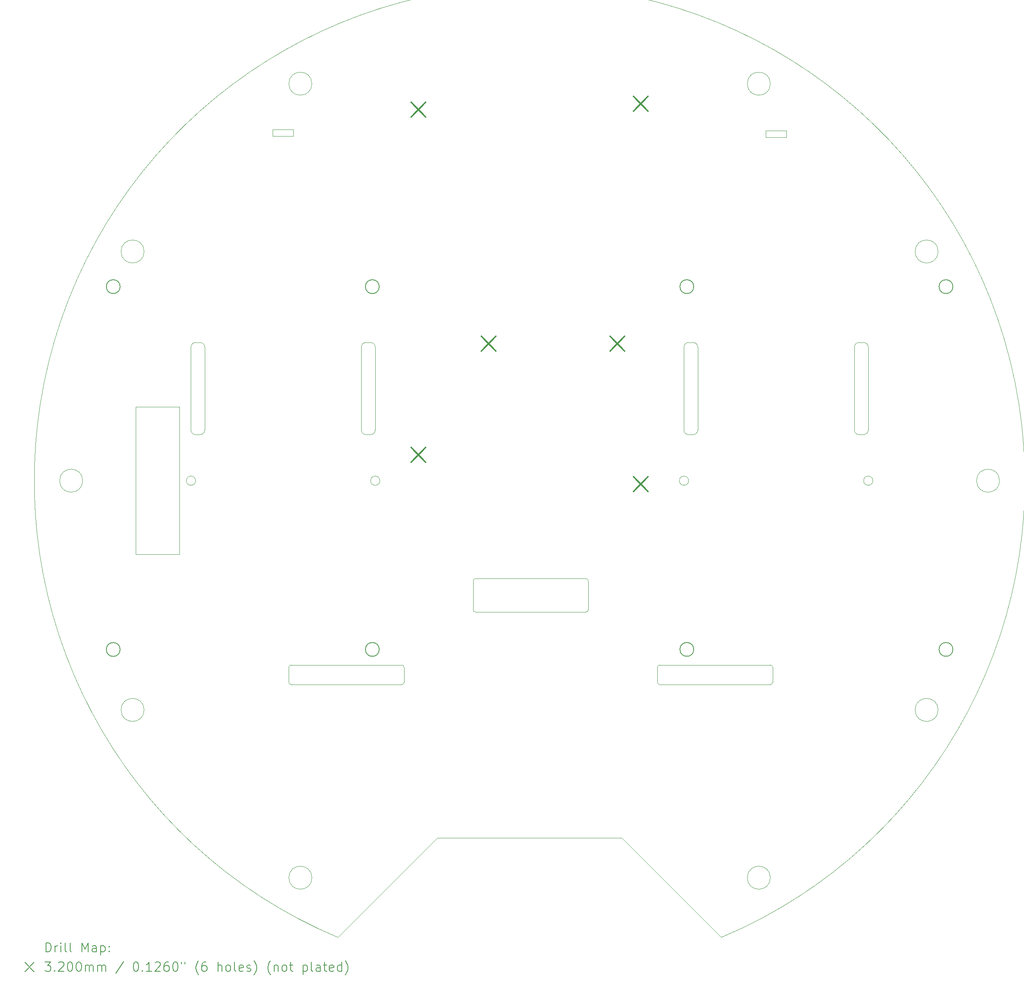
<source format=gbr>
%TF.GenerationSoftware,KiCad,Pcbnew,(6.0.9)*%
%TF.CreationDate,2023-07-09T09:32:55+10:00*%
%TF.ProjectId,Main 2.4,4d61696e-2032-42e3-942e-6b696361645f,rev?*%
%TF.SameCoordinates,Original*%
%TF.FileFunction,Drillmap*%
%TF.FilePolarity,Positive*%
%FSLAX45Y45*%
G04 Gerber Fmt 4.5, Leading zero omitted, Abs format (unit mm)*
G04 Created by KiCad (PCBNEW (6.0.9)) date 2023-07-09 09:32:55*
%MOMM*%
%LPD*%
G01*
G04 APERTURE LIST*
%ADD10C,0.100000*%
%ADD11C,0.150000*%
%ADD12C,0.200000*%
%ADD13C,0.320000*%
G04 APERTURE END LIST*
D10*
X10300000Y-15000000D02*
G75*
G03*
X10300000Y-15000000I-250000J0D01*
G01*
X22775000Y-19375000D02*
G75*
G03*
X22825000Y-19425000I50000J0D01*
G01*
X15838266Y-24911734D02*
X18000000Y-22750000D01*
X12650000Y-13900000D02*
G75*
G03*
X12750000Y-14000000I100000J0D01*
G01*
X12400000Y-13400000D02*
X11450000Y-13400000D01*
X11450000Y-13400000D02*
X11450000Y-16600000D01*
X11450000Y-16600000D02*
X12400000Y-16600000D01*
X12400000Y-16600000D02*
X12400000Y-13400000D01*
X15275000Y-23616953D02*
G75*
G03*
X15275000Y-23616953I-250000J0D01*
G01*
X21275000Y-17800000D02*
X21275000Y-17175000D01*
X14825000Y-19425000D02*
X17225000Y-19425000D01*
D11*
X16737000Y-18662000D02*
G75*
G03*
X16737000Y-18662000I-150000J0D01*
G01*
X11113000Y-10788000D02*
G75*
G03*
X11113000Y-10788000I-150000J0D01*
G01*
D10*
X22825000Y-19425000D02*
X25225000Y-19425000D01*
X16550000Y-14000000D02*
G75*
G03*
X16650000Y-13900000I0J100000D01*
G01*
X12750000Y-14000000D02*
X12850000Y-14000000D01*
X27150000Y-12000000D02*
X27250000Y-12000000D01*
X14875000Y-7525000D02*
X14425000Y-7525000D01*
X14425000Y-7525000D02*
X14425000Y-7375000D01*
X14425000Y-7375000D02*
X14875000Y-7375000D01*
X14875000Y-7375000D02*
X14875000Y-7525000D01*
X16450000Y-12000000D02*
G75*
G03*
X16350000Y-12100000I0J-100000D01*
G01*
X15275000Y-6383047D02*
G75*
G03*
X15275000Y-6383047I-250000J0D01*
G01*
X12750000Y-12000000D02*
G75*
G03*
X12650000Y-12100000I0J-100000D01*
G01*
X22775000Y-19050000D02*
X22775000Y-19375000D01*
X12650000Y-13900000D02*
X12650000Y-12100000D01*
X24161734Y-24911734D02*
G75*
G03*
X15838266Y-24911734I-4161734J9911734D01*
G01*
X27450000Y-15000000D02*
G75*
G03*
X27450000Y-15000000I-100000J0D01*
G01*
D11*
X29187000Y-10788000D02*
G75*
G03*
X29187000Y-10788000I-150000J0D01*
G01*
X23563000Y-18662000D02*
G75*
G03*
X23563000Y-18662000I-150000J0D01*
G01*
D10*
X16650000Y-12100000D02*
X16650000Y-13900000D01*
D11*
X16737000Y-10788000D02*
G75*
G03*
X16737000Y-10788000I-150000J0D01*
G01*
D10*
X27350000Y-12100000D02*
G75*
G03*
X27250000Y-12000000I-100000J0D01*
G01*
D11*
X11113000Y-18663000D02*
G75*
G03*
X11113000Y-18663000I-150000J0D01*
G01*
D10*
X23650000Y-12100000D02*
X23650000Y-13900000D01*
X18825000Y-17850000D02*
X21225000Y-17850000D01*
X18775000Y-17175000D02*
X18775000Y-17800000D01*
X27050000Y-13900000D02*
G75*
G03*
X27150000Y-14000000I100000J0D01*
G01*
X21275000Y-17175000D02*
G75*
G03*
X21225000Y-17125000I-50000J0D01*
G01*
X23350000Y-13900000D02*
X23350000Y-12100000D01*
X28866953Y-19975000D02*
G75*
G03*
X28866953Y-19975000I-250000J0D01*
G01*
X12750000Y-15000000D02*
G75*
G03*
X12750000Y-15000000I-100000J0D01*
G01*
X27050000Y-13900000D02*
X27050000Y-12100000D01*
X11633047Y-10025000D02*
G75*
G03*
X11633047Y-10025000I-250000J0D01*
G01*
X23350000Y-13900000D02*
G75*
G03*
X23450000Y-14000000I100000J0D01*
G01*
X23450000Y-14000000D02*
X23550000Y-14000000D01*
X25275000Y-19050000D02*
G75*
G03*
X25225000Y-19000000I-50000J0D01*
G01*
X12950000Y-12100000D02*
X12950000Y-13900000D01*
X16350000Y-13900000D02*
G75*
G03*
X16450000Y-14000000I100000J0D01*
G01*
X14775000Y-19375000D02*
G75*
G03*
X14825000Y-19425000I50000J0D01*
G01*
X25225000Y-6383047D02*
G75*
G03*
X25225000Y-6383047I-250000J0D01*
G01*
X17275000Y-19375000D02*
X17275000Y-19050000D01*
X17225000Y-19000000D02*
X14825000Y-19000000D01*
X30200000Y-15000000D02*
G75*
G03*
X30200000Y-15000000I-250000J0D01*
G01*
X23450000Y-12000000D02*
X23550000Y-12000000D01*
X25225000Y-19000000D02*
X22825000Y-19000000D01*
X27350000Y-12100000D02*
X27350000Y-13900000D01*
X25225000Y-23616953D02*
G75*
G03*
X25225000Y-23616953I-250000J0D01*
G01*
X14825000Y-19000000D02*
G75*
G03*
X14775000Y-19050000I0J-50000D01*
G01*
X12950000Y-12100000D02*
G75*
G03*
X12850000Y-12000000I-100000J0D01*
G01*
X17275000Y-19050000D02*
G75*
G03*
X17225000Y-19000000I-50000J0D01*
G01*
X27250000Y-14000000D02*
G75*
G03*
X27350000Y-13900000I0J100000D01*
G01*
X16450000Y-12000000D02*
X16550000Y-12000000D01*
X21225000Y-17850000D02*
G75*
G03*
X21275000Y-17800000I0J50000D01*
G01*
X18000000Y-22750000D02*
X22000000Y-22750000D01*
X23650000Y-12100000D02*
G75*
G03*
X23550000Y-12000000I-100000J0D01*
G01*
X22825000Y-19000000D02*
G75*
G03*
X22775000Y-19050000I0J-50000D01*
G01*
X16750000Y-15000000D02*
G75*
G03*
X16750000Y-15000000I-100000J0D01*
G01*
D11*
X29187000Y-18662000D02*
G75*
G03*
X29187000Y-18662000I-150000J0D01*
G01*
D10*
X22000000Y-22750000D02*
X24161734Y-24911734D01*
X25275000Y-19375000D02*
X25275000Y-19050000D01*
X23450000Y-15000000D02*
G75*
G03*
X23450000Y-15000000I-100000J0D01*
G01*
X27150000Y-14000000D02*
X27250000Y-14000000D01*
X23450000Y-12000000D02*
G75*
G03*
X23350000Y-12100000I0J-100000D01*
G01*
X21225000Y-17125000D02*
X18825000Y-17125000D01*
X18775000Y-17800000D02*
G75*
G03*
X18825000Y-17850000I50000J0D01*
G01*
X14775000Y-19050000D02*
X14775000Y-19375000D01*
X27150000Y-12000000D02*
G75*
G03*
X27050000Y-12100000I0J-100000D01*
G01*
X25575000Y-7550000D02*
X25125000Y-7550000D01*
X25125000Y-7550000D02*
X25125000Y-7400000D01*
X25125000Y-7400000D02*
X25575000Y-7400000D01*
X25575000Y-7400000D02*
X25575000Y-7550000D01*
X18825000Y-17125000D02*
G75*
G03*
X18775000Y-17175000I0J-50000D01*
G01*
X16450000Y-14000000D02*
X16550000Y-14000000D01*
X12750000Y-12000000D02*
X12850000Y-12000000D01*
X16650000Y-12100000D02*
G75*
G03*
X16550000Y-12000000I-100000J0D01*
G01*
X11633047Y-19975000D02*
G75*
G03*
X11633047Y-19975000I-250000J0D01*
G01*
X25225000Y-19425000D02*
G75*
G03*
X25275000Y-19375000I0J50000D01*
G01*
X28866953Y-10025000D02*
G75*
G03*
X28866953Y-10025000I-250000J0D01*
G01*
X23550000Y-14000000D02*
G75*
G03*
X23650000Y-13900000I0J100000D01*
G01*
X12850000Y-14000000D02*
G75*
G03*
X12950000Y-13900000I0J100000D01*
G01*
D11*
X23563000Y-10788000D02*
G75*
G03*
X23563000Y-10788000I-150000J0D01*
G01*
D10*
X17225000Y-19425000D02*
G75*
G03*
X17275000Y-19375000I0J50000D01*
G01*
X16350000Y-13900000D02*
X16350000Y-12100000D01*
D12*
D13*
X17427000Y-6784000D02*
X17747000Y-7104000D01*
X17747000Y-6784000D02*
X17427000Y-7104000D01*
X17427000Y-14277000D02*
X17747000Y-14597000D01*
X17747000Y-14277000D02*
X17427000Y-14597000D01*
X18951000Y-11864000D02*
X19271000Y-12184000D01*
X19271000Y-11864000D02*
X18951000Y-12184000D01*
X21745000Y-11864000D02*
X22065000Y-12184000D01*
X22065000Y-11864000D02*
X21745000Y-12184000D01*
X22253000Y-6657000D02*
X22573000Y-6977000D01*
X22573000Y-6657000D02*
X22253000Y-6977000D01*
X22253000Y-14912000D02*
X22573000Y-15232000D01*
X22573000Y-14912000D02*
X22253000Y-15232000D01*
D12*
X9502619Y-25227210D02*
X9502619Y-25027210D01*
X9550238Y-25027210D01*
X9578810Y-25036734D01*
X9597857Y-25055782D01*
X9607381Y-25074829D01*
X9616905Y-25112924D01*
X9616905Y-25141496D01*
X9607381Y-25179591D01*
X9597857Y-25198639D01*
X9578810Y-25217686D01*
X9550238Y-25227210D01*
X9502619Y-25227210D01*
X9702619Y-25227210D02*
X9702619Y-25093877D01*
X9702619Y-25131972D02*
X9712143Y-25112924D01*
X9721667Y-25103401D01*
X9740714Y-25093877D01*
X9759762Y-25093877D01*
X9826429Y-25227210D02*
X9826429Y-25093877D01*
X9826429Y-25027210D02*
X9816905Y-25036734D01*
X9826429Y-25046258D01*
X9835952Y-25036734D01*
X9826429Y-25027210D01*
X9826429Y-25046258D01*
X9950238Y-25227210D02*
X9931190Y-25217686D01*
X9921667Y-25198639D01*
X9921667Y-25027210D01*
X10055000Y-25227210D02*
X10035952Y-25217686D01*
X10026429Y-25198639D01*
X10026429Y-25027210D01*
X10283571Y-25227210D02*
X10283571Y-25027210D01*
X10350238Y-25170067D01*
X10416905Y-25027210D01*
X10416905Y-25227210D01*
X10597857Y-25227210D02*
X10597857Y-25122448D01*
X10588333Y-25103401D01*
X10569286Y-25093877D01*
X10531190Y-25093877D01*
X10512143Y-25103401D01*
X10597857Y-25217686D02*
X10578810Y-25227210D01*
X10531190Y-25227210D01*
X10512143Y-25217686D01*
X10502619Y-25198639D01*
X10502619Y-25179591D01*
X10512143Y-25160543D01*
X10531190Y-25151020D01*
X10578810Y-25151020D01*
X10597857Y-25141496D01*
X10693095Y-25093877D02*
X10693095Y-25293877D01*
X10693095Y-25103401D02*
X10712143Y-25093877D01*
X10750238Y-25093877D01*
X10769286Y-25103401D01*
X10778810Y-25112924D01*
X10788333Y-25131972D01*
X10788333Y-25189115D01*
X10778810Y-25208162D01*
X10769286Y-25217686D01*
X10750238Y-25227210D01*
X10712143Y-25227210D01*
X10693095Y-25217686D01*
X10874048Y-25208162D02*
X10883571Y-25217686D01*
X10874048Y-25227210D01*
X10864524Y-25217686D01*
X10874048Y-25208162D01*
X10874048Y-25227210D01*
X10874048Y-25103401D02*
X10883571Y-25112924D01*
X10874048Y-25122448D01*
X10864524Y-25112924D01*
X10874048Y-25103401D01*
X10874048Y-25122448D01*
X9045000Y-25456734D02*
X9245000Y-25656734D01*
X9245000Y-25456734D02*
X9045000Y-25656734D01*
X9483571Y-25447210D02*
X9607381Y-25447210D01*
X9540714Y-25523401D01*
X9569286Y-25523401D01*
X9588333Y-25532924D01*
X9597857Y-25542448D01*
X9607381Y-25561496D01*
X9607381Y-25609115D01*
X9597857Y-25628162D01*
X9588333Y-25637686D01*
X9569286Y-25647210D01*
X9512143Y-25647210D01*
X9493095Y-25637686D01*
X9483571Y-25628162D01*
X9693095Y-25628162D02*
X9702619Y-25637686D01*
X9693095Y-25647210D01*
X9683571Y-25637686D01*
X9693095Y-25628162D01*
X9693095Y-25647210D01*
X9778810Y-25466258D02*
X9788333Y-25456734D01*
X9807381Y-25447210D01*
X9855000Y-25447210D01*
X9874048Y-25456734D01*
X9883571Y-25466258D01*
X9893095Y-25485305D01*
X9893095Y-25504353D01*
X9883571Y-25532924D01*
X9769286Y-25647210D01*
X9893095Y-25647210D01*
X10016905Y-25447210D02*
X10035952Y-25447210D01*
X10055000Y-25456734D01*
X10064524Y-25466258D01*
X10074048Y-25485305D01*
X10083571Y-25523401D01*
X10083571Y-25571020D01*
X10074048Y-25609115D01*
X10064524Y-25628162D01*
X10055000Y-25637686D01*
X10035952Y-25647210D01*
X10016905Y-25647210D01*
X9997857Y-25637686D01*
X9988333Y-25628162D01*
X9978810Y-25609115D01*
X9969286Y-25571020D01*
X9969286Y-25523401D01*
X9978810Y-25485305D01*
X9988333Y-25466258D01*
X9997857Y-25456734D01*
X10016905Y-25447210D01*
X10207381Y-25447210D02*
X10226429Y-25447210D01*
X10245476Y-25456734D01*
X10255000Y-25466258D01*
X10264524Y-25485305D01*
X10274048Y-25523401D01*
X10274048Y-25571020D01*
X10264524Y-25609115D01*
X10255000Y-25628162D01*
X10245476Y-25637686D01*
X10226429Y-25647210D01*
X10207381Y-25647210D01*
X10188333Y-25637686D01*
X10178810Y-25628162D01*
X10169286Y-25609115D01*
X10159762Y-25571020D01*
X10159762Y-25523401D01*
X10169286Y-25485305D01*
X10178810Y-25466258D01*
X10188333Y-25456734D01*
X10207381Y-25447210D01*
X10359762Y-25647210D02*
X10359762Y-25513877D01*
X10359762Y-25532924D02*
X10369286Y-25523401D01*
X10388333Y-25513877D01*
X10416905Y-25513877D01*
X10435952Y-25523401D01*
X10445476Y-25542448D01*
X10445476Y-25647210D01*
X10445476Y-25542448D02*
X10455000Y-25523401D01*
X10474048Y-25513877D01*
X10502619Y-25513877D01*
X10521667Y-25523401D01*
X10531190Y-25542448D01*
X10531190Y-25647210D01*
X10626429Y-25647210D02*
X10626429Y-25513877D01*
X10626429Y-25532924D02*
X10635952Y-25523401D01*
X10655000Y-25513877D01*
X10683571Y-25513877D01*
X10702619Y-25523401D01*
X10712143Y-25542448D01*
X10712143Y-25647210D01*
X10712143Y-25542448D02*
X10721667Y-25523401D01*
X10740714Y-25513877D01*
X10769286Y-25513877D01*
X10788333Y-25523401D01*
X10797857Y-25542448D01*
X10797857Y-25647210D01*
X11188333Y-25437686D02*
X11016905Y-25694829D01*
X11445476Y-25447210D02*
X11464524Y-25447210D01*
X11483571Y-25456734D01*
X11493095Y-25466258D01*
X11502619Y-25485305D01*
X11512143Y-25523401D01*
X11512143Y-25571020D01*
X11502619Y-25609115D01*
X11493095Y-25628162D01*
X11483571Y-25637686D01*
X11464524Y-25647210D01*
X11445476Y-25647210D01*
X11426428Y-25637686D01*
X11416905Y-25628162D01*
X11407381Y-25609115D01*
X11397857Y-25571020D01*
X11397857Y-25523401D01*
X11407381Y-25485305D01*
X11416905Y-25466258D01*
X11426428Y-25456734D01*
X11445476Y-25447210D01*
X11597857Y-25628162D02*
X11607381Y-25637686D01*
X11597857Y-25647210D01*
X11588333Y-25637686D01*
X11597857Y-25628162D01*
X11597857Y-25647210D01*
X11797857Y-25647210D02*
X11683571Y-25647210D01*
X11740714Y-25647210D02*
X11740714Y-25447210D01*
X11721667Y-25475782D01*
X11702619Y-25494829D01*
X11683571Y-25504353D01*
X11874048Y-25466258D02*
X11883571Y-25456734D01*
X11902619Y-25447210D01*
X11950238Y-25447210D01*
X11969286Y-25456734D01*
X11978809Y-25466258D01*
X11988333Y-25485305D01*
X11988333Y-25504353D01*
X11978809Y-25532924D01*
X11864524Y-25647210D01*
X11988333Y-25647210D01*
X12159762Y-25447210D02*
X12121667Y-25447210D01*
X12102619Y-25456734D01*
X12093095Y-25466258D01*
X12074048Y-25494829D01*
X12064524Y-25532924D01*
X12064524Y-25609115D01*
X12074048Y-25628162D01*
X12083571Y-25637686D01*
X12102619Y-25647210D01*
X12140714Y-25647210D01*
X12159762Y-25637686D01*
X12169286Y-25628162D01*
X12178809Y-25609115D01*
X12178809Y-25561496D01*
X12169286Y-25542448D01*
X12159762Y-25532924D01*
X12140714Y-25523401D01*
X12102619Y-25523401D01*
X12083571Y-25532924D01*
X12074048Y-25542448D01*
X12064524Y-25561496D01*
X12302619Y-25447210D02*
X12321667Y-25447210D01*
X12340714Y-25456734D01*
X12350238Y-25466258D01*
X12359762Y-25485305D01*
X12369286Y-25523401D01*
X12369286Y-25571020D01*
X12359762Y-25609115D01*
X12350238Y-25628162D01*
X12340714Y-25637686D01*
X12321667Y-25647210D01*
X12302619Y-25647210D01*
X12283571Y-25637686D01*
X12274048Y-25628162D01*
X12264524Y-25609115D01*
X12255000Y-25571020D01*
X12255000Y-25523401D01*
X12264524Y-25485305D01*
X12274048Y-25466258D01*
X12283571Y-25456734D01*
X12302619Y-25447210D01*
X12445476Y-25447210D02*
X12445476Y-25485305D01*
X12521667Y-25447210D02*
X12521667Y-25485305D01*
X12816905Y-25723401D02*
X12807381Y-25713877D01*
X12788333Y-25685305D01*
X12778809Y-25666258D01*
X12769286Y-25637686D01*
X12759762Y-25590067D01*
X12759762Y-25551972D01*
X12769286Y-25504353D01*
X12778809Y-25475782D01*
X12788333Y-25456734D01*
X12807381Y-25428162D01*
X12816905Y-25418639D01*
X12978809Y-25447210D02*
X12940714Y-25447210D01*
X12921667Y-25456734D01*
X12912143Y-25466258D01*
X12893095Y-25494829D01*
X12883571Y-25532924D01*
X12883571Y-25609115D01*
X12893095Y-25628162D01*
X12902619Y-25637686D01*
X12921667Y-25647210D01*
X12959762Y-25647210D01*
X12978809Y-25637686D01*
X12988333Y-25628162D01*
X12997857Y-25609115D01*
X12997857Y-25561496D01*
X12988333Y-25542448D01*
X12978809Y-25532924D01*
X12959762Y-25523401D01*
X12921667Y-25523401D01*
X12902619Y-25532924D01*
X12893095Y-25542448D01*
X12883571Y-25561496D01*
X13235952Y-25647210D02*
X13235952Y-25447210D01*
X13321667Y-25647210D02*
X13321667Y-25542448D01*
X13312143Y-25523401D01*
X13293095Y-25513877D01*
X13264524Y-25513877D01*
X13245476Y-25523401D01*
X13235952Y-25532924D01*
X13445476Y-25647210D02*
X13426428Y-25637686D01*
X13416905Y-25628162D01*
X13407381Y-25609115D01*
X13407381Y-25551972D01*
X13416905Y-25532924D01*
X13426428Y-25523401D01*
X13445476Y-25513877D01*
X13474048Y-25513877D01*
X13493095Y-25523401D01*
X13502619Y-25532924D01*
X13512143Y-25551972D01*
X13512143Y-25609115D01*
X13502619Y-25628162D01*
X13493095Y-25637686D01*
X13474048Y-25647210D01*
X13445476Y-25647210D01*
X13626428Y-25647210D02*
X13607381Y-25637686D01*
X13597857Y-25618639D01*
X13597857Y-25447210D01*
X13778809Y-25637686D02*
X13759762Y-25647210D01*
X13721667Y-25647210D01*
X13702619Y-25637686D01*
X13693095Y-25618639D01*
X13693095Y-25542448D01*
X13702619Y-25523401D01*
X13721667Y-25513877D01*
X13759762Y-25513877D01*
X13778809Y-25523401D01*
X13788333Y-25542448D01*
X13788333Y-25561496D01*
X13693095Y-25580543D01*
X13864524Y-25637686D02*
X13883571Y-25647210D01*
X13921667Y-25647210D01*
X13940714Y-25637686D01*
X13950238Y-25618639D01*
X13950238Y-25609115D01*
X13940714Y-25590067D01*
X13921667Y-25580543D01*
X13893095Y-25580543D01*
X13874048Y-25571020D01*
X13864524Y-25551972D01*
X13864524Y-25542448D01*
X13874048Y-25523401D01*
X13893095Y-25513877D01*
X13921667Y-25513877D01*
X13940714Y-25523401D01*
X14016905Y-25723401D02*
X14026428Y-25713877D01*
X14045476Y-25685305D01*
X14055000Y-25666258D01*
X14064524Y-25637686D01*
X14074048Y-25590067D01*
X14074048Y-25551972D01*
X14064524Y-25504353D01*
X14055000Y-25475782D01*
X14045476Y-25456734D01*
X14026428Y-25428162D01*
X14016905Y-25418639D01*
X14378809Y-25723401D02*
X14369286Y-25713877D01*
X14350238Y-25685305D01*
X14340714Y-25666258D01*
X14331190Y-25637686D01*
X14321667Y-25590067D01*
X14321667Y-25551972D01*
X14331190Y-25504353D01*
X14340714Y-25475782D01*
X14350238Y-25456734D01*
X14369286Y-25428162D01*
X14378809Y-25418639D01*
X14455000Y-25513877D02*
X14455000Y-25647210D01*
X14455000Y-25532924D02*
X14464524Y-25523401D01*
X14483571Y-25513877D01*
X14512143Y-25513877D01*
X14531190Y-25523401D01*
X14540714Y-25542448D01*
X14540714Y-25647210D01*
X14664524Y-25647210D02*
X14645476Y-25637686D01*
X14635952Y-25628162D01*
X14626428Y-25609115D01*
X14626428Y-25551972D01*
X14635952Y-25532924D01*
X14645476Y-25523401D01*
X14664524Y-25513877D01*
X14693095Y-25513877D01*
X14712143Y-25523401D01*
X14721667Y-25532924D01*
X14731190Y-25551972D01*
X14731190Y-25609115D01*
X14721667Y-25628162D01*
X14712143Y-25637686D01*
X14693095Y-25647210D01*
X14664524Y-25647210D01*
X14788333Y-25513877D02*
X14864524Y-25513877D01*
X14816905Y-25447210D02*
X14816905Y-25618639D01*
X14826428Y-25637686D01*
X14845476Y-25647210D01*
X14864524Y-25647210D01*
X15083571Y-25513877D02*
X15083571Y-25713877D01*
X15083571Y-25523401D02*
X15102619Y-25513877D01*
X15140714Y-25513877D01*
X15159762Y-25523401D01*
X15169286Y-25532924D01*
X15178809Y-25551972D01*
X15178809Y-25609115D01*
X15169286Y-25628162D01*
X15159762Y-25637686D01*
X15140714Y-25647210D01*
X15102619Y-25647210D01*
X15083571Y-25637686D01*
X15293095Y-25647210D02*
X15274048Y-25637686D01*
X15264524Y-25618639D01*
X15264524Y-25447210D01*
X15455000Y-25647210D02*
X15455000Y-25542448D01*
X15445476Y-25523401D01*
X15426428Y-25513877D01*
X15388333Y-25513877D01*
X15369286Y-25523401D01*
X15455000Y-25637686D02*
X15435952Y-25647210D01*
X15388333Y-25647210D01*
X15369286Y-25637686D01*
X15359762Y-25618639D01*
X15359762Y-25599591D01*
X15369286Y-25580543D01*
X15388333Y-25571020D01*
X15435952Y-25571020D01*
X15455000Y-25561496D01*
X15521667Y-25513877D02*
X15597857Y-25513877D01*
X15550238Y-25447210D02*
X15550238Y-25618639D01*
X15559762Y-25637686D01*
X15578809Y-25647210D01*
X15597857Y-25647210D01*
X15740714Y-25637686D02*
X15721667Y-25647210D01*
X15683571Y-25647210D01*
X15664524Y-25637686D01*
X15655000Y-25618639D01*
X15655000Y-25542448D01*
X15664524Y-25523401D01*
X15683571Y-25513877D01*
X15721667Y-25513877D01*
X15740714Y-25523401D01*
X15750238Y-25542448D01*
X15750238Y-25561496D01*
X15655000Y-25580543D01*
X15921667Y-25647210D02*
X15921667Y-25447210D01*
X15921667Y-25637686D02*
X15902619Y-25647210D01*
X15864524Y-25647210D01*
X15845476Y-25637686D01*
X15835952Y-25628162D01*
X15826428Y-25609115D01*
X15826428Y-25551972D01*
X15835952Y-25532924D01*
X15845476Y-25523401D01*
X15864524Y-25513877D01*
X15902619Y-25513877D01*
X15921667Y-25523401D01*
X15997857Y-25723401D02*
X16007381Y-25713877D01*
X16026428Y-25685305D01*
X16035952Y-25666258D01*
X16045476Y-25637686D01*
X16055000Y-25590067D01*
X16055000Y-25551972D01*
X16045476Y-25504353D01*
X16035952Y-25475782D01*
X16026428Y-25456734D01*
X16007381Y-25428162D01*
X15997857Y-25418639D01*
M02*

</source>
